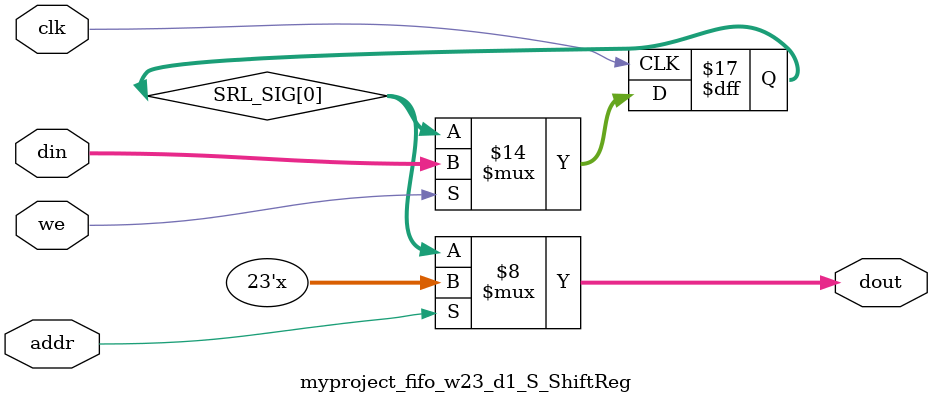
<source format=v>

`timescale 1ns/1ps

module myproject_fifo_w23_d1_S
#(parameter
    MEM_STYLE    = "shiftReg",
    DATA_WIDTH   = 23,
    ADDR_WIDTH   = 1,
    DEPTH        = 1)
(
    // system signal
    input  wire                  clk,
    input  wire                  reset,

    // write
    output wire                  if_full_n,
    input  wire                  if_write_ce,
    input  wire                  if_write,
    input  wire [DATA_WIDTH-1:0] if_din,
    
    // read 
    output wire [ADDR_WIDTH:0]   if_num_data_valid, // for FRP
    output wire [ADDR_WIDTH:0]   if_fifo_cap,       // for FRP

    output wire                  if_empty_n,
    input  wire                  if_read_ce,
    input  wire                  if_read,
    output wire [DATA_WIDTH-1:0] if_dout
);
//------------------------Parameter----------------------
localparam 
    SRL_DEPTH    = DEPTH,
    SRL_AWIDTH   = ADDR_WIDTH;
//------------------------Local signal-------------------
    reg  [SRL_AWIDTH-1:0] addr;
    wire                  push;
    wire                  pop;
    reg  [SRL_AWIDTH:0]   mOutPtr;
    reg                   empty_n = 1'b0;
    reg                   full_n = 1'b1; 

//------------------------Instantiation------------------
    myproject_fifo_w23_d1_S_ShiftReg 
    #(  .DATA_WIDTH (DATA_WIDTH),
        .ADDR_WIDTH (SRL_AWIDTH),
        .DEPTH      (SRL_DEPTH))
    U_myproject_fifo_w23_d1_S_ShiftReg (
        .clk        (clk),
        .we         (push),
        .addr       (addr),
        .din        (if_din),
        .dout       (if_dout)
    );
//------------------------Task and function--------------

//------------------------Body---------------------------
    // num_data_valid 
    assign if_num_data_valid = mOutPtr;
    assign if_fifo_cap       = DEPTH;

    // almost full/empty 

    // program full/empty 

    assign if_full_n  = full_n; 
    assign if_empty_n = empty_n;

    assign push       = full_n & if_write_ce & if_write;
    assign pop        = empty_n & if_read_ce & if_read;

    // addr
    always @(posedge clk) begin
        if (reset)
            addr <= {SRL_AWIDTH{1'b0}};
        else if (push & ~pop && empty_n)
            addr <= addr + 1'b1;
        else if (~push & pop && (mOutPtr != 1))
            addr <= addr - 1'b1;
    end

    // mOutPtr
    always @(posedge clk) begin
        if (reset)
            mOutPtr <= {SRL_AWIDTH+1{1'b0}};
        else if (push & ~pop)
            mOutPtr <= mOutPtr + 1'b1;
        else if (~push & pop)
            mOutPtr <= mOutPtr - 1'b1;
    end

    // full_n
    always @(posedge clk) begin
        if (reset)
            full_n <= 1'b1;
        else if ((push & ~pop) && (mOutPtr == DEPTH - 1))
            full_n <= 1'b0;
        else if (~push & pop)
            full_n <= 1'b1;
    end

    // empty_n
    always @(posedge clk) begin
        if (reset)
            empty_n <= 1'b0;
        else if (push & ~pop)
            empty_n <= 1'b1;
        else if ((~push & pop) && (mOutPtr == 1))
            empty_n <= 1'b0;
    end

    // almost_full_n 

    // almost_empty_n 

    // prog_full_n 
 
    // prog_empty_n 

endmodule  


module myproject_fifo_w23_d1_S_ShiftReg
#(parameter
    DATA_WIDTH  = 23,
    ADDR_WIDTH  = 1,
    DEPTH       = 1)
(
    input  wire                  clk,
    input  wire                  we,
    input  wire [ADDR_WIDTH-1:0] addr,
    input  wire [DATA_WIDTH-1:0] din,
    output wire [DATA_WIDTH-1:0] dout
);

    reg [DATA_WIDTH-1:0] SRL_SIG [0:DEPTH-1];
    integer i;

    always @(posedge clk) begin
        if (we) begin
            for (i=0; i<DEPTH-1; i=i+1)
                SRL_SIG[i+1] <= SRL_SIG[i];
            SRL_SIG[0] <= din;
        end
    end

    assign dout = SRL_SIG[addr];

endmodule
</source>
